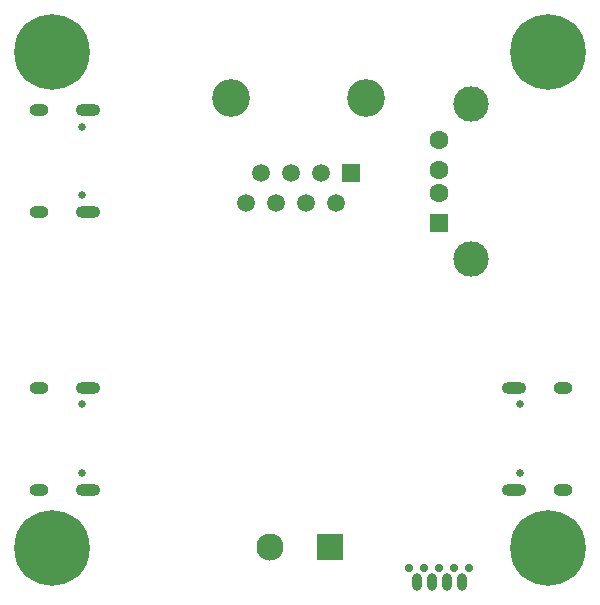
<source format=gbs>
%TF.GenerationSoftware,KiCad,Pcbnew,(6.0.9)*%
%TF.CreationDate,2022-11-14T10:49:34+01:00*%
%TF.ProjectId,latte,6c617474-652e-46b6-9963-61645f706362,rev?*%
%TF.SameCoordinates,Original*%
%TF.FileFunction,Soldermask,Bot*%
%TF.FilePolarity,Negative*%
%FSLAX46Y46*%
G04 Gerber Fmt 4.6, Leading zero omitted, Abs format (unit mm)*
G04 Created by KiCad (PCBNEW (6.0.9)) date 2022-11-14 10:49:34*
%MOMM*%
%LPD*%
G01*
G04 APERTURE LIST*
%ADD10C,0.800000*%
%ADD11C,6.400000*%
%ADD12R,2.300000X2.300000*%
%ADD13C,2.300000*%
%ADD14C,0.650000*%
%ADD15O,2.100000X1.000000*%
%ADD16O,1.600000X1.000000*%
%ADD17C,0.700000*%
%ADD18O,0.800000X1.500000*%
%ADD19C,3.200000*%
%ADD20R,1.500000X1.500000*%
%ADD21C,1.500000*%
%ADD22R,1.500000X1.600000*%
%ADD23C,1.600000*%
%ADD24C,3.000000*%
G04 APERTURE END LIST*
D10*
X155810000Y-75000000D03*
X160610000Y-75000000D03*
X156512944Y-76697056D03*
X156512944Y-73302944D03*
X158210000Y-77400000D03*
X159907056Y-76697056D03*
D11*
X158210000Y-75000000D03*
D10*
X158210000Y-72600000D03*
X159907056Y-73302944D03*
D12*
X139750000Y-116950000D03*
D13*
X134670000Y-116950000D03*
D14*
X155795000Y-110640000D03*
X155795000Y-104860000D03*
D15*
X155295000Y-103430000D03*
X155295000Y-112070000D03*
D16*
X159475000Y-103430000D03*
X159475000Y-112070000D03*
D14*
X118765000Y-87140000D03*
X118765000Y-81360000D03*
D15*
X119265000Y-88570000D03*
D16*
X115085000Y-79930000D03*
X115085000Y-88570000D03*
D15*
X119265000Y-79930000D03*
D17*
X151540000Y-118715000D03*
X149000000Y-118715000D03*
X150270000Y-118715000D03*
X146460000Y-118715000D03*
X147730000Y-118715000D03*
D18*
X147095000Y-119870000D03*
X148365000Y-119870000D03*
X149635000Y-119870000D03*
X150905000Y-119870000D03*
D11*
X116210000Y-117000000D03*
D10*
X116210000Y-114600000D03*
X118610000Y-117000000D03*
X114512944Y-118697056D03*
X116210000Y-119400000D03*
X117907056Y-115302944D03*
X113810000Y-117000000D03*
X114512944Y-115302944D03*
X117907056Y-118697056D03*
X113810000Y-75000000D03*
X117907056Y-76697056D03*
X114512944Y-76697056D03*
X117907056Y-73302944D03*
X118610000Y-75000000D03*
X114512944Y-73302944D03*
X116210000Y-72600000D03*
X116210000Y-77400000D03*
D11*
X116210000Y-75000000D03*
D19*
X131332500Y-78950000D03*
X142762500Y-78950000D03*
D20*
X141492500Y-85300000D03*
D21*
X140222500Y-87840000D03*
X138952500Y-85300000D03*
X137682500Y-87840000D03*
X136412500Y-85300000D03*
X135142500Y-87840000D03*
X133872500Y-85300000D03*
X132602500Y-87840000D03*
D22*
X149000000Y-89500000D03*
D23*
X149000000Y-87000000D03*
X149000000Y-85000000D03*
X149000000Y-82500000D03*
D24*
X151710000Y-79430000D03*
X151710000Y-92570000D03*
D10*
X159907056Y-115302944D03*
D11*
X158210000Y-117000000D03*
D10*
X160610000Y-117000000D03*
X156512944Y-118697056D03*
X159907056Y-118697056D03*
X156512944Y-115302944D03*
X158210000Y-114600000D03*
X158210000Y-119400000D03*
X155810000Y-117000000D03*
D14*
X118765000Y-104860000D03*
X118765000Y-110640000D03*
D16*
X115085000Y-103430000D03*
X115085000Y-112070000D03*
D15*
X119265000Y-112070000D03*
X119265000Y-103430000D03*
M02*

</source>
